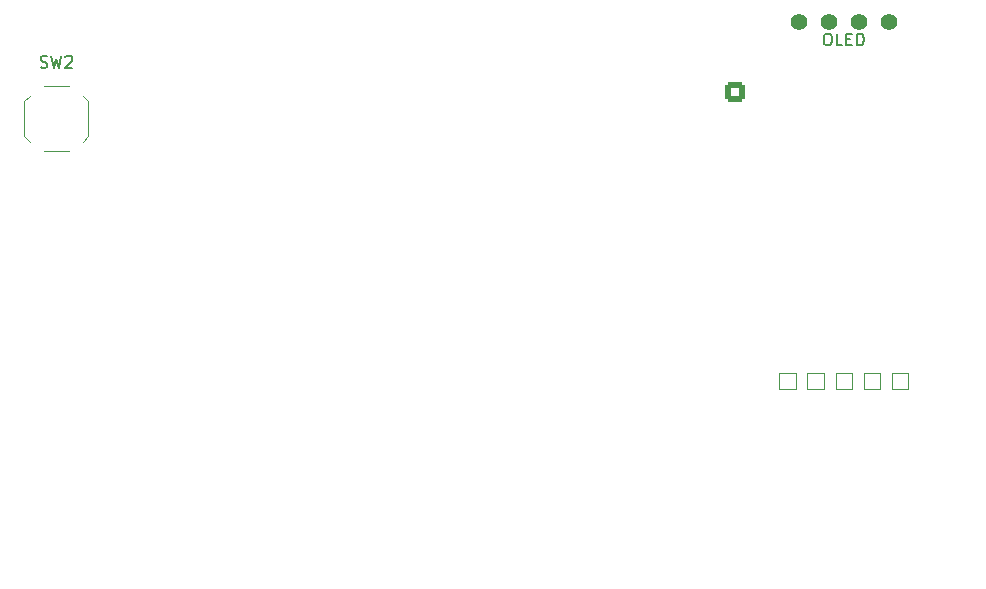
<source format=gto>
G04 #@! TF.GenerationSoftware,KiCad,Pcbnew,(6.0.5)*
G04 #@! TF.CreationDate,2022-09-12T09:14:35-04:00*
G04 #@! TF.ProjectId,phoenix45_alpha-rounded,70686f65-6e69-4783-9435-5f616c706861,rev?*
G04 #@! TF.SameCoordinates,Original*
G04 #@! TF.FileFunction,Legend,Top*
G04 #@! TF.FilePolarity,Positive*
%FSLAX46Y46*%
G04 Gerber Fmt 4.6, Leading zero omitted, Abs format (unit mm)*
G04 Created by KiCad (PCBNEW (6.0.5)) date 2022-09-12 09:14:35*
%MOMM*%
%LPD*%
G01*
G04 APERTURE LIST*
G04 Aperture macros list*
%AMRoundRect*
0 Rectangle with rounded corners*
0 $1 Rounding radius*
0 $2 $3 $4 $5 $6 $7 $8 $9 X,Y pos of 4 corners*
0 Add a 4 corners polygon primitive as box body*
4,1,4,$2,$3,$4,$5,$6,$7,$8,$9,$2,$3,0*
0 Add four circle primitives for the rounded corners*
1,1,$1+$1,$2,$3*
1,1,$1+$1,$4,$5*
1,1,$1+$1,$6,$7*
1,1,$1+$1,$8,$9*
0 Add four rect primitives between the rounded corners*
20,1,$1+$1,$2,$3,$4,$5,0*
20,1,$1+$1,$4,$5,$6,$7,0*
20,1,$1+$1,$6,$7,$8,$9,0*
20,1,$1+$1,$8,$9,$2,$3,0*%
G04 Aperture macros list end*
%ADD10C,0.150000*%
%ADD11C,0.120000*%
%ADD12C,1.397000*%
%ADD13C,3.987800*%
%ADD14C,1.750000*%
%ADD15O,1.500000X2.800000*%
%ADD16R,2.000000X2.000000*%
%ADD17C,2.000000*%
%ADD18R,1.100000X1.800000*%
%ADD19R,1.000000X1.000000*%
%ADD20C,0.650000*%
%ADD21O,1.000000X2.100000*%
%ADD22O,0.800000X1.600000*%
%ADD23RoundRect,0.250000X-0.600000X-0.600000X0.600000X-0.600000X0.600000X0.600000X-0.600000X0.600000X0*%
%ADD24C,1.700000*%
G04 APERTURE END LIST*
D10*
X81216666Y-32948511D02*
X81359523Y-32996130D01*
X81597619Y-32996130D01*
X81692857Y-32948511D01*
X81740476Y-32900892D01*
X81788095Y-32805654D01*
X81788095Y-32710416D01*
X81740476Y-32615178D01*
X81692857Y-32567559D01*
X81597619Y-32519940D01*
X81407142Y-32472321D01*
X81311904Y-32424702D01*
X81264285Y-32377083D01*
X81216666Y-32281845D01*
X81216666Y-32186607D01*
X81264285Y-32091369D01*
X81311904Y-32043750D01*
X81407142Y-31996130D01*
X81645238Y-31996130D01*
X81788095Y-32043750D01*
X82121428Y-31996130D02*
X82359523Y-32996130D01*
X82550000Y-32281845D01*
X82740476Y-32996130D01*
X82978571Y-31996130D01*
X83311904Y-32091369D02*
X83359523Y-32043750D01*
X83454761Y-31996130D01*
X83692857Y-31996130D01*
X83788095Y-32043750D01*
X83835714Y-32091369D01*
X83883333Y-32186607D01*
X83883333Y-32281845D01*
X83835714Y-32424702D01*
X83264285Y-32996130D01*
X83883333Y-32996130D01*
X147772619Y-30103630D02*
X147963095Y-30103630D01*
X148058333Y-30151250D01*
X148153571Y-30246488D01*
X148201190Y-30436964D01*
X148201190Y-30770297D01*
X148153571Y-30960773D01*
X148058333Y-31056011D01*
X147963095Y-31103630D01*
X147772619Y-31103630D01*
X147677380Y-31056011D01*
X147582142Y-30960773D01*
X147534523Y-30770297D01*
X147534523Y-30436964D01*
X147582142Y-30246488D01*
X147677380Y-30151250D01*
X147772619Y-30103630D01*
X149105952Y-31103630D02*
X148629761Y-31103630D01*
X148629761Y-30103630D01*
X149439285Y-30579821D02*
X149772619Y-30579821D01*
X149915476Y-31103630D02*
X149439285Y-31103630D01*
X149439285Y-30103630D01*
X149915476Y-30103630D01*
X150344047Y-31103630D02*
X150344047Y-30103630D01*
X150582142Y-30103630D01*
X150725000Y-30151250D01*
X150820238Y-30246488D01*
X150867857Y-30341726D01*
X150915476Y-30532202D01*
X150915476Y-30675059D01*
X150867857Y-30865535D01*
X150820238Y-30960773D01*
X150725000Y-31056011D01*
X150582142Y-31103630D01*
X150344047Y-31103630D01*
D11*
X158750000Y-75882951D02*
X158750000Y-74882951D01*
X158250000Y-75382951D02*
X159250000Y-75382951D01*
X83590000Y-40026250D02*
X81510000Y-40026250D01*
X79830000Y-38756250D02*
X79830000Y-35856250D01*
X85270000Y-38756250D02*
X84780000Y-39246250D01*
X83590000Y-34586250D02*
X81510000Y-34586250D01*
X79830000Y-35856250D02*
X80320000Y-35366250D01*
X85270000Y-35856250D02*
X84780000Y-35366250D01*
X85270000Y-38756250D02*
X85270000Y-35856250D01*
X79830000Y-38756250D02*
X80320000Y-39246250D01*
X149925000Y-60231250D02*
X148525000Y-60231250D01*
X148525000Y-58831250D02*
X149925000Y-58831250D01*
X148525000Y-60231250D02*
X148525000Y-58831250D01*
X149925000Y-58831250D02*
X149925000Y-60231250D01*
X146143750Y-60231250D02*
X146143750Y-58831250D01*
X147543750Y-60231250D02*
X146143750Y-60231250D01*
X147543750Y-58831250D02*
X147543750Y-60231250D01*
X146143750Y-58831250D02*
X147543750Y-58831250D01*
X145162500Y-58831250D02*
X145162500Y-60231250D01*
X143762500Y-60231250D02*
X143762500Y-58831250D01*
X145162500Y-60231250D02*
X143762500Y-60231250D01*
X143762500Y-58831250D02*
X145162500Y-58831250D01*
X150906250Y-58831250D02*
X152306250Y-58831250D01*
X150906250Y-60231250D02*
X150906250Y-58831250D01*
X152306250Y-60231250D02*
X150906250Y-60231250D01*
X152306250Y-58831250D02*
X152306250Y-60231250D01*
X154687500Y-58831250D02*
X154687500Y-60231250D01*
X153287500Y-58831250D02*
X154687500Y-58831250D01*
X153287500Y-60231250D02*
X153287500Y-58831250D01*
X154687500Y-60231250D02*
X153287500Y-60231250D01*
D12*
X153035000Y-29101250D03*
X150495000Y-29101250D03*
X147955000Y-29101250D03*
X145415000Y-29101250D03*
%LPC*%
D13*
X101600000Y-75406250D03*
D14*
X96520000Y-75406250D03*
X106680000Y-75406250D03*
X66198750Y-94456250D03*
D13*
X61118750Y-94456250D03*
D14*
X56038750Y-94456250D03*
D13*
X120650000Y-75406250D03*
D14*
X115570000Y-75406250D03*
X125730000Y-75406250D03*
X227488750Y-94456250D03*
X237648750Y-94456250D03*
D13*
X232568750Y-94456250D03*
D14*
X240030000Y-75406250D03*
D13*
X234950000Y-75406250D03*
D14*
X229870000Y-75406250D03*
X182245000Y-56356250D03*
D13*
X187325000Y-56356250D03*
D14*
X192405000Y-56356250D03*
D15*
X153150000Y-75345651D03*
X164350000Y-75382951D03*
D16*
X156250000Y-82882951D03*
D17*
X161250000Y-82882951D03*
X158750000Y-82882951D03*
X161250000Y-68382951D03*
X156250000Y-68382951D03*
D14*
X230505000Y-37306250D03*
X220345000Y-37306250D03*
D13*
X225425000Y-37306250D03*
X254000000Y-75406250D03*
D14*
X259080000Y-75406250D03*
X248920000Y-75406250D03*
X98901250Y-94456250D03*
X109061250Y-94456250D03*
D13*
X103981250Y-94456250D03*
D14*
X40005000Y-37306250D03*
X29845000Y-37306250D03*
D13*
X34925000Y-37306250D03*
D18*
X80700000Y-34206250D03*
X80700000Y-40406250D03*
X84400000Y-34206250D03*
X84400000Y-40406250D03*
D13*
X215900000Y-94456250D03*
D14*
X220980000Y-94456250D03*
X210820000Y-94456250D03*
X97155000Y-94456250D03*
X86995000Y-94456250D03*
D13*
X92075000Y-94456250D03*
D14*
X249555000Y-37306250D03*
D13*
X244475000Y-37306250D03*
D14*
X239395000Y-37306250D03*
D19*
X149225000Y-59531250D03*
D14*
X79851250Y-94456250D03*
D13*
X84931250Y-94456250D03*
D14*
X90011250Y-94456250D03*
X201295000Y-37306250D03*
X211455000Y-37306250D03*
D13*
X206375000Y-37306250D03*
X215900000Y-75406250D03*
D14*
X220980000Y-75406250D03*
X210820000Y-75406250D03*
X230505000Y-56356250D03*
D13*
X225425000Y-56356250D03*
D14*
X220345000Y-56356250D03*
X192405000Y-37306250D03*
X182245000Y-37306250D03*
D13*
X187325000Y-37306250D03*
D14*
X48895000Y-56356250D03*
X59055000Y-56356250D03*
D13*
X53975000Y-56356250D03*
D14*
X36988750Y-75406250D03*
D13*
X42068750Y-75406250D03*
D14*
X47148750Y-75406250D03*
X211455000Y-94456250D03*
X201295000Y-94456250D03*
D13*
X206375000Y-94456250D03*
D14*
X60801250Y-94456250D03*
X70961250Y-94456250D03*
D13*
X65881250Y-94456250D03*
D14*
X106045000Y-94456250D03*
X116205000Y-94456250D03*
D13*
X111125000Y-94456250D03*
D19*
X146843750Y-59531250D03*
D13*
X92075000Y-56356250D03*
D14*
X86995000Y-56356250D03*
X97155000Y-56356250D03*
X163830000Y-75406250D03*
X153670000Y-75406250D03*
D13*
X158750000Y-75406250D03*
X82550000Y-94456250D03*
D14*
X87630000Y-94456250D03*
X77470000Y-94456250D03*
X78105000Y-56356250D03*
D13*
X73025000Y-56356250D03*
D14*
X67945000Y-56356250D03*
D19*
X144462500Y-59531250D03*
D14*
X239395000Y-56356250D03*
X249555000Y-56356250D03*
D13*
X244475000Y-56356250D03*
D14*
X187007500Y-94456250D03*
X197167500Y-94456250D03*
D13*
X192087500Y-94456250D03*
D14*
X173355000Y-56356250D03*
X163195000Y-56356250D03*
D13*
X168275000Y-56356250D03*
D14*
X58420000Y-75406250D03*
D13*
X63500000Y-75406250D03*
D14*
X68580000Y-75406250D03*
D19*
X151606250Y-59531250D03*
D14*
X137636250Y-94456250D03*
D13*
X132556250Y-94456250D03*
D14*
X127476250Y-94456250D03*
X172720000Y-75406250D03*
D13*
X177800000Y-75406250D03*
D14*
X182880000Y-75406250D03*
D13*
X130175000Y-37306250D03*
D14*
X125095000Y-37306250D03*
X135255000Y-37306250D03*
X29845000Y-56356250D03*
D13*
X34925000Y-56356250D03*
D14*
X40005000Y-56356250D03*
D13*
X134937500Y-94456250D03*
D14*
X129857500Y-94456250D03*
X140017500Y-94456250D03*
D13*
X187325000Y-94456250D03*
D14*
X192405000Y-94456250D03*
X182245000Y-94456250D03*
D19*
X153987500Y-59531250D03*
D14*
X44767500Y-75406250D03*
X34607500Y-75406250D03*
D13*
X39687500Y-75406250D03*
D14*
X67945000Y-37306250D03*
X78105000Y-37306250D03*
D13*
X73025000Y-37306250D03*
X106362500Y-94456250D03*
D14*
X111442500Y-94456250D03*
X101282500Y-94456250D03*
X135255000Y-56356250D03*
D13*
X130175000Y-56356250D03*
D14*
X125095000Y-56356250D03*
D13*
X263525000Y-37306250D03*
D14*
X268605000Y-37306250D03*
X258445000Y-37306250D03*
X106045000Y-37306250D03*
X116205000Y-37306250D03*
D13*
X111125000Y-37306250D03*
X263525000Y-56356250D03*
D14*
X258445000Y-56356250D03*
X268605000Y-56356250D03*
X253682500Y-75406250D03*
D13*
X258762500Y-75406250D03*
D14*
X263842500Y-75406250D03*
X201930000Y-75406250D03*
X191770000Y-75406250D03*
D13*
X196850000Y-75406250D03*
D14*
X251301250Y-75406250D03*
D13*
X256381250Y-75406250D03*
D14*
X261461250Y-75406250D03*
X160813750Y-94456250D03*
D13*
X165893750Y-94456250D03*
D14*
X170973750Y-94456250D03*
D13*
X237331250Y-94456250D03*
D14*
X242411250Y-94456250D03*
X232251250Y-94456250D03*
X116205000Y-56356250D03*
X106045000Y-56356250D03*
D13*
X111125000Y-56356250D03*
D14*
X158432500Y-94456250D03*
D13*
X163512500Y-94456250D03*
D14*
X168592500Y-94456250D03*
X199548750Y-94456250D03*
D13*
X194468750Y-94456250D03*
D14*
X189388750Y-94456250D03*
X163195000Y-37306250D03*
X173355000Y-37306250D03*
D13*
X168275000Y-37306250D03*
D14*
X39370000Y-75406250D03*
X49530000Y-75406250D03*
D13*
X44450000Y-75406250D03*
D14*
X134620000Y-75406250D03*
D13*
X139700000Y-75406250D03*
D14*
X144780000Y-75406250D03*
X208438750Y-94456250D03*
D13*
X213518750Y-94456250D03*
D14*
X218598750Y-94456250D03*
X87630000Y-75406250D03*
X77470000Y-75406250D03*
D13*
X82550000Y-75406250D03*
X206375000Y-56356250D03*
D14*
X211455000Y-56356250D03*
X201295000Y-56356250D03*
X48895000Y-37306250D03*
D13*
X53975000Y-37306250D03*
D14*
X59055000Y-37306250D03*
X86995000Y-37306250D03*
D13*
X92075000Y-37306250D03*
D14*
X97155000Y-37306250D03*
D20*
X41560000Y-31738600D03*
X47340000Y-31738600D03*
D21*
X48770000Y-32268600D03*
D22*
X40130000Y-28088600D03*
X48770000Y-28088600D03*
D21*
X40130000Y-32268600D03*
D23*
X140017500Y-35083750D03*
D24*
X142557500Y-35083750D03*
X140017500Y-32543750D03*
X142557500Y-32543750D03*
X140017500Y-30003750D03*
X142557500Y-30003750D03*
M02*

</source>
